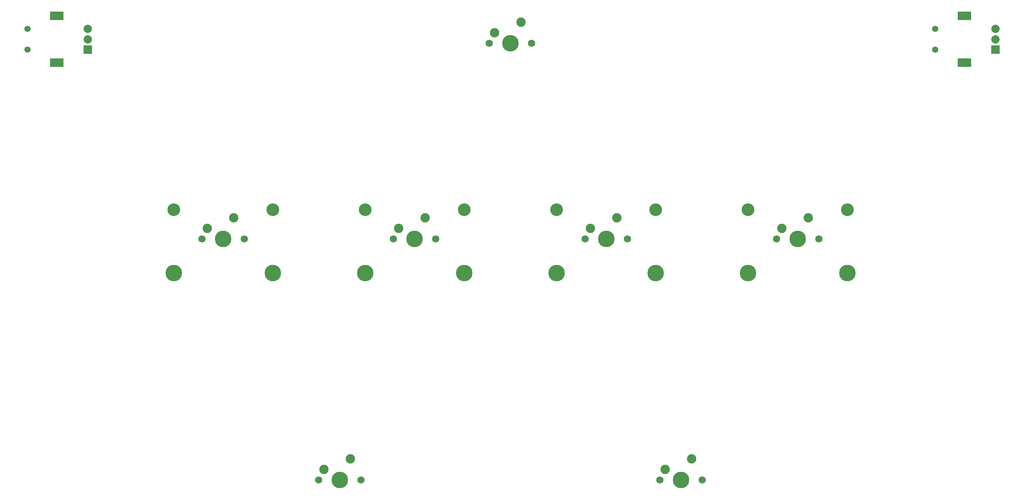
<source format=gbr>
%TF.GenerationSoftware,KiCad,Pcbnew,(5.1.9)-1*%
%TF.CreationDate,2021-02-02T18:21:00+08:00*%
%TF.ProjectId,Overdrive,4f766572-6472-4697-9665-2e6b69636164,rev?*%
%TF.SameCoordinates,Original*%
%TF.FileFunction,Soldermask,Bot*%
%TF.FilePolarity,Negative*%
%FSLAX46Y46*%
G04 Gerber Fmt 4.6, Leading zero omitted, Abs format (unit mm)*
G04 Created by KiCad (PCBNEW (5.1.9)-1) date 2021-02-02 18:21:00*
%MOMM*%
%LPD*%
G01*
G04 APERTURE LIST*
%ADD10C,2.250000*%
%ADD11C,3.987800*%
%ADD12C,1.750000*%
%ADD13C,3.048000*%
%ADD14R,2.000000X2.000000*%
%ADD15C,2.000000*%
%ADD16R,3.200000X2.000000*%
%ADD17C,1.500000*%
G04 APERTURE END LIST*
D10*
%TO.C,START1*%
X133540000Y-17920000D03*
D11*
X131000000Y-23000000D03*
D10*
X127190000Y-20460000D03*
D12*
X125920000Y-23000000D03*
X136080000Y-23000000D03*
%TD*%
D10*
%TO.C,FX-R1*%
X174540000Y-122920000D03*
D11*
X172000000Y-128000000D03*
D10*
X168190000Y-125460000D03*
D12*
X166920000Y-128000000D03*
X177080000Y-128000000D03*
%TD*%
D10*
%TO.C,FX-L1*%
X92540000Y-122920000D03*
D11*
X90000000Y-128000000D03*
D10*
X86190000Y-125460000D03*
D12*
X84920000Y-128000000D03*
X95080000Y-128000000D03*
%TD*%
D10*
%TO.C,BT-D1*%
X202540000Y-64920000D03*
D11*
X200000000Y-70000000D03*
D10*
X196190000Y-67460000D03*
D12*
X194920000Y-70000000D03*
X205080000Y-70000000D03*
D13*
X188093750Y-63015000D03*
X211906250Y-63015000D03*
D11*
X188093750Y-78255000D03*
X211906250Y-78255000D03*
%TD*%
D10*
%TO.C,BT-C1*%
X156540000Y-64920000D03*
D11*
X154000000Y-70000000D03*
D10*
X150190000Y-67460000D03*
D12*
X148920000Y-70000000D03*
X159080000Y-70000000D03*
D13*
X142093750Y-63015000D03*
X165906250Y-63015000D03*
D11*
X142093750Y-78255000D03*
X165906250Y-78255000D03*
%TD*%
D10*
%TO.C,BT-B1*%
X110540000Y-64920000D03*
D11*
X108000000Y-70000000D03*
D10*
X104190000Y-67460000D03*
D12*
X102920000Y-70000000D03*
X113080000Y-70000000D03*
D13*
X96093750Y-63015000D03*
X119906250Y-63015000D03*
D11*
X96093750Y-78255000D03*
X119906250Y-78255000D03*
%TD*%
D10*
%TO.C,BT-A1*%
X64540000Y-64920000D03*
D11*
X62000000Y-70000000D03*
D10*
X58190000Y-67460000D03*
D12*
X56920000Y-70000000D03*
X67080000Y-70000000D03*
D13*
X50093750Y-63015000D03*
X73906250Y-63015000D03*
D11*
X50093750Y-78255000D03*
X73906250Y-78255000D03*
%TD*%
D14*
%TO.C,LASER-R1*%
X247500000Y-24500000D03*
D15*
X247500000Y-22000000D03*
X247500000Y-19500000D03*
D16*
X240000000Y-27600000D03*
X240000000Y-16400000D03*
D17*
X233000000Y-24500000D03*
X233000000Y-19500000D03*
%TD*%
D14*
%TO.C,LASER-L1*%
X29500000Y-24500000D03*
D15*
X29500000Y-22000000D03*
X29500000Y-19500000D03*
D16*
X22000000Y-27600000D03*
X22000000Y-16400000D03*
D17*
X15000000Y-24500000D03*
X15000000Y-19500000D03*
%TD*%
M02*

</source>
